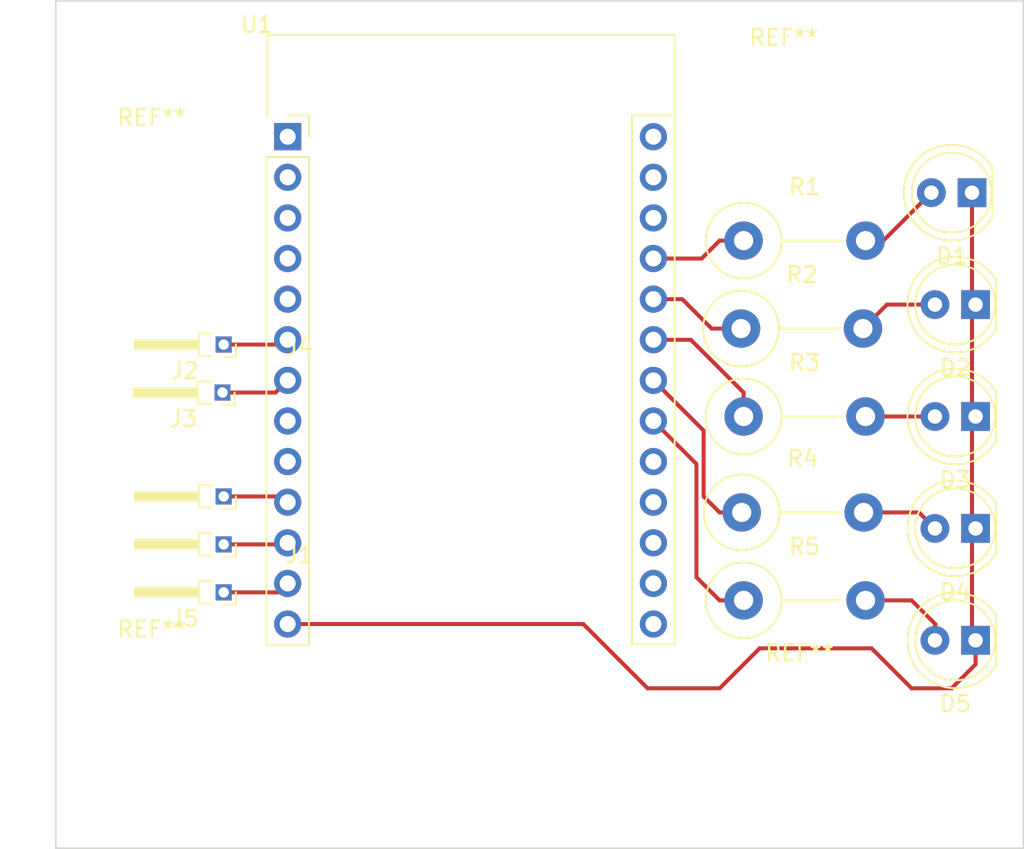
<source format=kicad_pcb>
(kicad_pcb (version 20211014) (generator pcbnew)
  (layers (0 "F.Cu" signal) (31 "B.Cu" signal) (34 "B.Paste" user) (35 "F.Paste" user) (36 "B.SilkS" user "B.Silkscreen") (37 "F.SilkS" user "F.Silkscreen") (38 "B.Mask" user) (39 "F.Mask" user) (44 "Edge.Cuts" user))
  (net 0 "")
  (net 6 "Net-(J2-Pad1)")
  (net 7 "Net-(J3-Pad1)")
  (net 10 "Net-(J4-Pad1)")
  (net 11 "Net-(J1-Pad1)")
  (net 12 "Net-(J5-Pad1)")
  (net 13 "Net-(D1-Pad1)")
  (net 19 "Net-(R5-Pad1)")
  (net 20 "Net-(R4-Pad1)")
  (net 21 "Net-(R3-Pad1)")
  (net 22 "Net-(R2-Pad1)")
  (net 23 "Net-(R1-Pad1)")
  (net 27 "Net-(D1-Pad2)")
  (net 28 "Net-(D2-Pad2)")
  (net 29 "Net-(D3-Pad2)")
  (net 30 "Net-(D4-Pad2)")
  (net 31 "Net-(D5-Pad2)")
  (footprint "Resistor_THT:R_Axial_DIN0414_L11.9mm_D4.5mm_P7.62mm_Vertical" (layer "F.Cu") (at 105.5 101.5)
    (fp_text reference "R5" (at 3.81 -3.37) (layer "F.SilkS"))
    (fp_text value "R")
    (fp_line (start 2.37 0) (end 6.12 0) (layer "F.SilkS") (width 0.12))
    (fp_circle (center 0 0) (end 2.37 0) (layer "F.SilkS") (width 0.12) (fill none))
    (pad "1" thru_hole circle (at 0 0) (size 2.4 2.4) (drill 1.2) (layers *.Cu *.Mask) (net 19 "Net-(R5-Pad1)"))
    (pad "2" thru_hole oval (at 7.62 0) (size 2.4 2.4) (drill 1.2) (layers *.Cu *.Mask) (net 31 "Net-(D5-Pad2)"))
  )
  (footprint "LED_THT:LED_D5.0mm" (layer "F.Cu") (at 119.775 76 180)
    (fp_text reference "D1" (at 1.27 -3.96) (layer "F.SilkS"))
    (fp_text value "LED")
    (fp_line (start -1.29 -1.545) (end -1.29 1.545) (layer "F.SilkS") (width 0.12))
    (fp_arc (start 4.26 -0.000462) (mid 2.072002 2.880433) (end -1.29 1.54483) (layer "F.SilkS") (width 0.12))
    (fp_arc (start -1.29 -1.54483) (mid 2.072002 -2.880433) (end 4.26 0.000462) (layer "F.SilkS") (width 0.12))
    (fp_circle (center 1.27 0) (end 3.77 0) (layer "F.SilkS") (width 0.12) (fill none))
    (pad "1" thru_hole rect (at 0 0 180) (size 1.8 1.8) (drill 0.9) (layers *.Cu *.Mask) (net 13 "Net-(D1-Pad1)"))
    (pad "2" thru_hole circle (at 2.54 0 180) (size 1.8 1.8) (drill 0.9) (layers *.Cu *.Mask) (net 27 "Net-(D1-Pad2)"))
  )
  (footprint "LED_THT:LED_D5.0mm" (layer "F.Cu") (at 120 97 180)
    (fp_text reference "D4" (at 1.27 -3.96) (layer "F.SilkS"))
    (fp_text value "LED")
    (fp_line (start -1.29 -1.545) (end -1.29 1.545) (layer "F.SilkS") (width 0.12))
    (fp_arc (start -1.29 -1.54483) (mid 2.072002 -2.880433) (end 4.26 0.000462) (layer "F.SilkS") (width 0.12))
    (fp_arc (start 4.26 -0.000462) (mid 2.072002 2.880433) (end -1.29 1.54483) (layer "F.SilkS") (width 0.12))
    (fp_circle (center 1.27 0) (end 3.77 0) (layer "F.SilkS") (width 0.12) (fill none))
    (pad "1" thru_hole rect (at 0 0 180) (size 1.8 1.8) (drill 0.9) (layers *.Cu *.Mask) (net 13 "Net-(D1-Pad1)"))
    (pad "2" thru_hole circle (at 2.54 0 180) (size 1.8 1.8) (drill 0.9) (layers *.Cu *.Mask) (net 30 "Net-(D4-Pad2)"))
  )
  (footprint "Connector_PinHeader_1.27mm:PinHeader_1x01_P1.27mm_Horizontal" (layer "F.Cu") (at 72.925 88.5 180)
    (fp_text reference "J3" (at 2.4325 -1.635) (layer "F.SilkS"))
    (fp_text value "Conn_01x01_Female")
    (fp_line (start 1.56 -0.26) (end 5.56 -0.26) (layer "F.SilkS") (width 0.12))
    (fp_line (start 1.56 -0.2) (end 5.56 -0.2) (layer "F.SilkS") (width 0.12))
    (fp_line (start 1.56 -0.08) (end 5.56 -0.08) (layer "F.SilkS") (width 0.12))
    (fp_line (start 5.56 -0.26) (end 5.56 0.26) (layer "F.SilkS") (width 0.12))
    (fp_line (start -0.76 0) (end -0.76 -0.76) (layer "F.SilkS") (width 0.12))
    (fp_line (start 0.76 0.695) (end 0.76 0.619677) (layer "F.SilkS") (width 0.12))
    (fp_line (start 0.76 -0.695) (end 1.56 -0.695) (layer "F.SilkS") (width 0.12))
    (fp_line (start 1.56 -0.695) (end 1.56 0.695) (layer "F.SilkS") (width 0.12))
    (fp_line (start -0.76 -0.76) (end 0 -0.76) (layer "F.SilkS") (width 0.12))
    (fp_line (start 1.56 0.695) (end 0.76 0.695) (layer "F.SilkS") (width 0.12))
    (fp_line (start 5.56 0.26) (end 1.56 0.26) (layer "F.SilkS") (width 0.12))
    (fp_line (start 1.56 0.16) (end 5.56 0.16) (layer "F.SilkS") (width 0.12))
    (fp_line (start 1.56 0.04) (end 5.56 0.04) (layer "F.SilkS") (width 0.12))
    (pad "1" thru_hole rect (at 0 0 180) (size 1 1) (drill 0.65) (layers *.Cu *.Mask) (net 7 "Net-(J3-Pad1)"))
  )
  (footprint "Connector_PinHeader_1.27mm:PinHeader_1x01_P1.27mm_Horizontal" (layer "F.Cu") (at 73 85.5 180)
    (fp_text reference "J2" (at 2.4325 -1.635) (layer "F.SilkS"))
    (fp_text value "Conn_01x01_Female")
    (fp_line (start 0.76 -0.695) (end 1.56 -0.695) (layer "F.SilkS") (width 0.12))
    (fp_line (start 1.56 0.16) (end 5.56 0.16) (layer "F.SilkS") (width 0.12))
    (fp_line (start 1.56 -0.695) (end 1.56 0.695) (layer "F.SilkS") (width 0.12))
    (fp_line (start 5.56 0.26) (end 1.56 0.26) (layer "F.SilkS") (width 0.12))
    (fp_line (start 0.76 0.695) (end 0.76 0.619677) (layer "F.SilkS") (width 0.12))
    (fp_line (start 1.56 -0.2) (end 5.56 -0.2) (layer "F.SilkS") (width 0.12))
    (fp_line (start -0.76 0) (end -0.76 -0.76) (layer "F.SilkS") (width 0.12))
    (fp_line (start 1.56 -0.26) (end 5.56 -0.26) (layer "F.SilkS") (width 0.12))
    (fp_line (start -0.76 -0.76) (end 0 -0.76) (layer "F.SilkS") (width 0.12))
    (fp_line (start 1.56 -0.08) (end 5.56 -0.08) (layer "F.SilkS") (width 0.12))
    (fp_line (start 1.56 0.695) (end 0.76 0.695) (layer "F.SilkS") (width 0.12))
    (fp_line (start 1.56 0.04) (end 5.56 0.04) (layer "F.SilkS") (width 0.12))
    (fp_line (start 5.56 -0.26) (end 5.56 0.26) (layer "F.SilkS") (width 0.12))
    (pad "1" thru_hole rect (at 0 0 180) (size 1 1) (drill 0.65) (layers *.Cu *.Mask) (net 6 "Net-(J2-Pad1)"))
  )
  (footprint "Resistor_THT:R_Axial_DIN0414_L11.9mm_D4.5mm_P7.62mm_Vertical" (layer "F.Cu") (at 105.34 84.5)
    (fp_text reference "R2" (at 3.81 -3.37) (layer "F.SilkS"))
    (fp_text value "R")
    (fp_line (start 2.37 0) (end 6.12 0) (layer "F.SilkS") (width 0.12))
    (fp_circle (center 0 0) (end 2.37 0) (layer "F.SilkS") (width 0.12) (fill none))
    (pad "1" thru_hole circle (at 0 0) (size 2.4 2.4) (drill 1.2) (layers *.Cu *.Mask) (net 22 "Net-(R2-Pad1)"))
    (pad "2" thru_hole oval (at 7.62 0) (size 2.4 2.4) (drill 1.2) (layers *.Cu *.Mask) (net 28 "Net-(D2-Pad2)"))
  )
  (footprint "MountingHole:MountingHole_3.2mm_M3" (layer "F.Cu") (at 108 70.5)
    (fp_text reference "REF**" (at 0 -4.2) (layer "F.SilkS"))
    (fp_text value "MountingHole_3.2mm_M3")
    (pad "" np_thru_hole circle (at 0 0) (size 3.2 3.2) (drill 3.2) (layers *.Cu *.Mask))
  )
  (footprint "Connector_PinHeader_1.27mm:PinHeader_1x01_P1.27mm_Horizontal" (layer "F.Cu") (at 73 101 180)
    (fp_text reference "J5" (at 2.4325 -1.635) (layer "F.SilkS"))
    (fp_text value "Conn_01x01_Female")
    (fp_line (start 1.56 -0.08) (end 5.56 -0.08) (layer "F.SilkS") (width 0.12))
    (fp_line (start 1.56 0.16) (end 5.56 0.16) (layer "F.SilkS") (width 0.12))
    (fp_line (start 1.56 -0.695) (end 1.56 0.695) (layer "F.SilkS") (width 0.12))
    (fp_line (start 0.76 -0.695) (end 1.56 -0.695) (layer "F.SilkS") (width 0.12))
    (fp_line (start -0.76 0) (end -0.76 -0.76) (layer "F.SilkS") (width 0.12))
    (fp_line (start 1.56 0.695) (end 0.76 0.695) (layer "F.SilkS") (width 0.12))
    (fp_line (start 0.76 0.695) (end 0.76 0.619677) (layer "F.SilkS") (width 0.12))
    (fp_line (start 1.56 0.04) (end 5.56 0.04) (layer "F.SilkS") (width 0.12))
    (fp_line (start -0.76 -0.76) (end 0 -0.76) (layer "F.SilkS") (width 0.12))
    (fp_line (start 1.56 -0.26) (end 5.56 -0.26) (layer "F.SilkS") (width 0.12))
    (fp_line (start 1.56 -0.2) (end 5.56 -0.2) (layer "F.SilkS") (width 0.12))
    (fp_line (start 5.56 -0.26) (end 5.56 0.26) (layer "F.SilkS") (width 0.12))
    (fp_line (start 5.56 0.26) (end 1.56 0.26) (layer "F.SilkS") (width 0.12))
    (pad "1" thru_hole rect (at 0 0 180) (size 1 1) (drill 0.65) (layers *.Cu *.Mask) (net 12 "Net-(J5-Pad1)"))
  )
  (footprint "Resistor_THT:R_Axial_DIN0414_L11.9mm_D4.5mm_P7.62mm_Vertical" (layer "F.Cu") (at 105.5 90)
    (fp_text reference "R3" (at 3.81 -3.37) (layer "F.SilkS"))
    (fp_text value "R")
    (fp_line (start 2.37 0) (end 6.12 0) (layer "F.SilkS") (width 0.12))
    (fp_circle (center 0 0) (end 2.37 0) (layer "F.SilkS") (width 0.12) (fill none))
    (pad "1" thru_hole circle (at 0 0) (size 2.4 2.4) (drill 1.2) (layers *.Cu *.Mask) (net 21 "Net-(R3-Pad1)"))
    (pad "2" thru_hole oval (at 7.62 0) (size 2.4 2.4) (drill 1.2) (layers *.Cu *.Mask) (net 29 "Net-(D3-Pad2)"))
  )
  (footprint "Connector_PinHeader_1.27mm:PinHeader_1x01_P1.27mm_Horizontal" (layer "F.Cu") (at 73 95 180)
    (fp_text reference "J4" (at -4.7325 9.335) (layer "F.SilkS"))
    (fp_text value "Conn_01x01_Female")
    (fp_line (start 0.76 -0.695) (end 1.56 -0.695) (layer "F.SilkS") (width 0.12))
    (fp_line (start 0.76 0.695) (end 0.76 0.619677) (layer "F.SilkS") (width 0.12))
    (fp_line (start 1.56 -0.26) (end 5.56 -0.26) (layer "F.SilkS") (width 0.12))
    (fp_line (start 1.56 0.16) (end 5.56 0.16) (layer "F.SilkS") (width 0.12))
    (fp_line (start -0.76 -0.76) (end 0 -0.76) (layer "F.SilkS") (width 0.12))
    (fp_line (start 5.56 0.26) (end 1.56 0.26) (layer "F.SilkS") (width 0.12))
    (fp_line (start 5.56 -0.26) (end 5.56 0.26) (layer "F.SilkS") (width 0.12))
    (fp_line (start 1.56 -0.695) (end 1.56 0.695) (layer "F.SilkS") (width 0.12))
    (fp_line (start 1.56 0.04) (end 5.56 0.04) (layer "F.SilkS") (width 0.12))
    (fp_line (start 1.56 -0.2) (end 5.56 -0.2) (layer "F.SilkS") (width 0.12))
    (fp_line (start 1.56 -0.08) (end 5.56 -0.08) (layer "F.SilkS") (width 0.12))
    (fp_line (start 1.56 0.695) (end 0.76 0.695) (layer "F.SilkS") (width 0.12))
    (fp_line (start -0.76 0) (end -0.76 -0.76) (layer "F.SilkS") (width 0.12))
    (pad "1" thru_hole rect (at 0 0 180) (size 1 1) (drill 0.65) (layers *.Cu *.Mask) (net 10 "Net-(J4-Pad1)"))
  )
  (footprint "wemos_lolin32_lite:esp32_wemos_lolin32_lite" (layer "F.Cu") (at 77 72.5)
    (fp_text reference "U1" (at -1.93 -7) (layer "F.SilkS"))
    (fp_text value "esp32_wemos_lolin32_lite")
    (fp_line (start -1.33 1.27) (end -1.33 31.81) (layer "F.SilkS") (width 0.12))
    (fp_line (start -1.33 1.27) (end 1.33 1.27) (layer "F.SilkS") (width 0.12))
    (fp_line (start 24.19 31.75) (end 21.53 31.75) (layer "F.SilkS") (width 0.12))
    (fp_line (start 1.33 1.27) (end 1.33 31.81) (layer "F.SilkS") (width 0.12))
    (fp_line (start 24.19 31.75) (end 24.19 -1.33) (layer "F.SilkS") (width 0.12))
    (fp_line (start 1.33 -1.33) (end 1.33 0) (layer "F.SilkS") (width 0.12))
    (fp_line (start -1.27 -1.27) (end -1.27 -6.35) (layer "F.SilkS") (width 0.12))
    (fp_line (start -1.33 31.81) (end 1.33 31.81) (layer "F.SilkS") (width 0.12))
    (fp_line (start 24.19 -1.33) (end 21.53 -1.33) (layer "F.SilkS") (width 0.12))
    (fp_line (start -1.27 -6.35) (end 24.19 -6.35) (layer "F.SilkS") (width 0.12))
    (fp_line (start 0 -1.33) (end 1.33 -1.33) (layer "F.SilkS") (width 0.12))
    (fp_line (start 24.19 -1.33) (end 24.19 -6.34) (layer "F.SilkS") (width 0.12))
    (fp_line (start 21.53 31.75) (end 21.53 -1.33) (layer "F.SilkS") (width 0.12))
    (pad "1" thru_hole rect (at 0 0) (size 1.7 1.7) (drill 1) (layers *.Cu *.Mask))
    (pad "2" thru_hole oval (at 0 2.54) (size 1.7 1.7) (drill 1) (layers *.Cu *.Mask))
    (pad "3" thru_hole oval (at 0 5.08) (size 1.7 1.7) (drill 1) (layers *.Cu *.Mask))
    (pad "4" thru_hole oval (at 0 7.62) (size 1.7 1.7) (drill 1) (layers *.Cu *.Mask))
    (pad "5" thru_hole oval (at 0 10.16) (size 1.7 1.7) (drill 1) (layers *.Cu *.Mask))
    (pad "6" thru_hole oval (at 0 12.7) (size 1.7 1.7) (drill 1) (layers *.Cu *.Mask) (net 6 "Net-(J2-Pad1)"))
    (pad "7" thru_hole oval (at 0 15.24) (size 1.7 1.7) (drill 1) (layers *.Cu *.Mask) (net 7 "Net-(J3-Pad1)"))
    (pad "8" thru_hole oval (at 0 17.78) (size 1.7 1.7) (drill 1) (layers *.Cu *.Mask))
    (pad "9" thru_hole oval (at 0 20.32) (size 1.7 1.7) (drill 1) (layers *.Cu *.Mask))
    (pad "10" thru_hole oval (at 0 22.86) (size 1.7 1.7) (drill 1) (layers *.Cu *.Mask) (net 10 "Net-(J4-Pad1)"))
    (pad "11" thru_hole oval (at 0 25.4) (size 1.7 1.7) (drill 1) (layers *.Cu *.Mask) (net 11 "Net-(J1-Pad1)"))
    (pad "12" thru_hole oval (at 0 27.94) (size 1.7 1.7) (drill 1) (layers *.Cu *.Mask) (net 12 "Net-(J5-Pad1)"))
    (pad "13" thru_hole oval (at 0 30.48) (size 1.7 1.7) (drill 1) (layers *.Cu *.Mask) (net 13 "Net-(D1-Pad1)"))
    (pad "14" thru_hole circle (at 22.86 30.48 180) (size 1.7 1.7) (drill 1) (layers *.Cu *.Mask))
    (pad "15" thru_hole oval (at 22.86 27.94 180) (size 1.7 1.7) (drill 1) (layers *.Cu *.Mask))
    (pad "16" thru_hole oval (at 22.86 25.4 180) (size 1.7 1.7) (drill 1) (layers *.Cu *.Mask))
    (pad "17" thru_hole oval (at 22.86 22.86 180) (size 1.7 1.7) (drill 1) (layers *.Cu *.Mask))
    (pad "18" thru_hole oval (at 22.86 20.32 180) (size 1.7 1.7) (drill 1) (layers *.Cu *.Mask))
    (pad "19" thru_hole oval (at 22.86 17.78 180) (size 1.7 1.7) (drill 1) (layers *.Cu *.Mask) (net 19 "Net-(R5-Pad1)"))
    (pad "20" thru_hole oval (at 22.86 15.24 180) (size 1.7 1.7) (drill 1) (layers *.Cu *.Mask) (net 20 "Net-(R4-Pad1)"))
    (pad "21" thru_hole oval (at 22.86 12.7 180) (size 1.7 1.7) (drill 1) (layers *.Cu *.Mask) (net 21 "Net-(R3-Pad1)"))
    (pad "22" thru_hole oval (at 22.86 10.16 180) (size 1.7 1.7) (drill 1) (layers *.Cu *.Mask) (net 22 "Net-(R2-Pad1)"))
    (pad "23" thru_hole oval (at 22.86 7.62 180) (size 1.7 1.7) (drill 1) (layers *.Cu *.Mask) (net 23 "Net-(R1-Pad1)"))
    (pad "24" thru_hole oval (at 22.86 5.08 180) (size 1.7 1.7) (drill 1) (layers *.Cu *.Mask))
    (pad "25" thru_hole oval (at 22.86 2.54 180) (size 1.7 1.7) (drill 1) (layers *.Cu *.Mask))
    (pad "26" thru_hole oval (at 22.86 0 180) (size 1.7 1.7) (drill 1) (layers *.Cu *.Mask))
  )
  (footprint "LED_THT:LED_D5.0mm" (layer "F.Cu") (at 120 90 180)
    (fp_text reference "D3" (at 1.27 -3.96) (layer "F.SilkS"))
    (fp_text value "LED")
    (fp_line (start -1.29 -1.545) (end -1.29 1.545) (layer "F.SilkS") (width 0.12))
    (fp_arc (start 4.26 -0.000462) (mid 2.072002 2.880433) (end -1.29 1.54483) (layer "F.SilkS") (width 0.12))
    (fp_arc (start -1.29 -1.54483) (mid 2.072002 -2.880433) (end 4.26 0.000462) (layer "F.SilkS") (width 0.12))
    (fp_circle (center 1.27 0) (end 3.77 0) (layer "F.SilkS") (width 0.12) (fill none))
    (pad "1" thru_hole rect (at 0 0 180) (size 1.8 1.8) (drill 0.9) (layers *.Cu *.Mask) (net 13 "Net-(D1-Pad1)"))
    (pad "2" thru_hole circle (at 2.54 0 180) (size 1.8 1.8) (drill 0.9) (layers *.Cu *.Mask) (net 29 "Net-(D3-Pad2)"))
  )
  (footprint "MountingHole:MountingHole_3.2mm_M3" (layer "F.Cu") (at 109 109)
    (fp_text reference "REF**" (at 0 -4.2) (layer "F.SilkS"))
    (fp_text value "MountingHole_3.2mm_M3")
    (pad "" np_thru_hole circle (at 0 0) (size 3.2 3.2) (drill 3.2) (layers *.Cu *.Mask))
  )
  (footprint "LED_THT:LED_D5.0mm" (layer "F.Cu") (at 120 83 180)
    (fp_text reference "D2" (at 1.27 -3.96) (layer "F.SilkS"))
    (fp_text value "LED")
    (fp_line (start -1.29 -1.545) (end -1.29 1.545) (layer "F.SilkS") (width 0.12))
    (fp_arc (start -1.29 -1.54483) (mid 2.072002 -2.880433) (end 4.26 0.000462) (layer "F.SilkS") (width 0.12))
    (fp_arc (start 4.26 -0.000462) (mid 2.072002 2.880433) (end -1.29 1.54483) (layer "F.SilkS") (width 0.12))
    (fp_circle (center 1.27 0) (end 3.77 0) (layer "F.SilkS") (width 0.12) (fill none))
    (pad "1" thru_hole rect (at 0 0 180) (size 1.8 1.8) (drill 0.9) (layers *.Cu *.Mask) (net 13 "Net-(D1-Pad1)"))
    (pad "2" thru_hole circle (at 2.54 0 180) (size 1.8 1.8) (drill 0.9) (layers *.Cu *.Mask) (net 28 "Net-(D2-Pad2)"))
  )
  (footprint "Resistor_THT:R_Axial_DIN0414_L11.9mm_D4.5mm_P7.62mm_Vertical" (layer "F.Cu") (at 105.5 79)
    (fp_text reference "R1" (at 3.81 -3.37) (layer "F.SilkS"))
    (fp_text value "R")
    (fp_line (start 2.37 0) (end 6.12 0) (layer "F.SilkS") (width 0.12))
    (fp_circle (center 0 0) (end 2.37 0) (layer "F.SilkS") (width 0.12) (fill none))
    (pad "1" thru_hole circle (at 0 0) (size 2.4 2.4) (drill 1.2) (layers *.Cu *.Mask) (net 23 "Net-(R1-Pad1)"))
    (pad "2" thru_hole oval (at 7.62 0) (size 2.4 2.4) (drill 1.2) (layers *.Cu *.Mask) (net 27 "Net-(D1-Pad2)"))
  )
  (footprint "MountingHole:MountingHole_3.2mm_M3" (layer "F.Cu") (at 68.5 75.5)
    (fp_text reference "REF**" (at 0 -4.2) (layer "F.SilkS"))
    (fp_text value "MountingHole_3.2mm_M3")
    (pad "" np_thru_hole circle (at 0 0) (size 3.2 3.2) (drill 3.2) (layers *.Cu *.Mask))
  )
  (footprint "MountingHole:MountingHole_3.2mm_M3" (layer "F.Cu") (at 68.5 107.5)
    (fp_text reference "REF**" (at 0 -4.2) (layer "F.SilkS"))
    (fp_text value "MountingHole_3.2mm_M3")
    (pad "" np_thru_hole circle (at 0 0) (size 3.2 3.2) (drill 3.2) (layers *.Cu *.Mask))
  )
  (footprint "Resistor_THT:R_Axial_DIN0414_L11.9mm_D4.5mm_P7.62mm_Vertical" (layer "F.Cu") (at 105.38 96)
    (fp_text reference "R4" (at 3.81 -3.37) (layer "F.SilkS"))
    (fp_text value "R")
    (fp_line (start 2.37 0) (end 6.12 0) (layer "F.SilkS") (width 0.12))
    (fp_circle (center 0 0) (end 2.37 0) (layer "F.SilkS") (width 0.12) (fill none))
    (pad "1" thru_hole circle (at 0 0) (size 2.4 2.4) (drill 1.2) (layers *.Cu *.Mask) (net 20 "Net-(R4-Pad1)"))
    (pad "2" thru_hole oval (at 7.62 0) (size 2.4 2.4) (drill 1.2) (layers *.Cu *.Mask) (net 30 "Net-(D4-Pad2)"))
  )
  (footprint "Connector_PinHeader_1.27mm:PinHeader_1x01_P1.27mm_Horizontal" (layer "F.Cu") (at 73 98 180)
    (fp_text reference "J1" (at -4.7325 -0.665) (layer "F.SilkS"))
    (fp_text value "Conn_01x01_Female")
    (fp_line (start 1.56 -0.695) (end 1.56 0.695) (layer "F.SilkS") (width 0.12))
    (fp_line (start 1.56 0.16) (end 5.56 0.16) (layer "F.SilkS") (width 0.12))
    (fp_line (start 0.76 0.695) (end 0.76 0.619677) (layer "F.SilkS") (width 0.12))
    (fp_line (start 1.56 0.695) (end 0.76 0.695) (layer "F.SilkS") (width 0.12))
    (fp_line (start 1.56 -0.26) (end 5.56 -0.26) (layer "F.SilkS") (width 0.12))
    (fp_line (start 5.56 0.26) (end 1.56 0.26) (layer "F.SilkS") (width 0.12))
    (fp_line (start 1.56 0.04) (end 5.56 0.04) (layer "F.SilkS") (width 0.12))
    (fp_line (start -0.76 0) (end -0.76 -0.76) (layer "F.SilkS") (width 0.12))
    (fp_line (start -0.76 -0.76) (end 0 -0.76) (layer "F.SilkS") (width 0.12))
    (fp_line (start 1.56 -0.08) (end 5.56 -0.08) (layer "F.SilkS") (width 0.12))
    (fp_line (start 0.76 -0.695) (end 1.56 -0.695) (layer "F.SilkS") (width 0.12))
    (fp_line (start 1.56 -0.2) (end 5.56 -0.2) (layer "F.SilkS") (width 0.12))
    (fp_line (start 5.56 -0.26) (end 5.56 0.26) (layer "F.SilkS") (width 0.12))
    (pad "1" thru_hole rect (at 0 0 180) (size 1 1) (drill 0.65) (layers *.Cu *.Mask) (net 11 "Net-(J1-Pad1)"))
  )
  (footprint "LED_THT:LED_D5.0mm" (layer "F.Cu") (at 120 104 180)
    (fp_text reference "D5" (at 1.27 -3.96) (layer "F.SilkS"))
    (fp_text value "LED")
    (fp_line (start -1.29 -1.545) (end -1.29 1.545) (layer "F.SilkS") (width 0.12))
    (fp_arc (start -1.29 -1.54483) (mid 2.072002 -2.880433) (end 4.26 0.000462) (layer "F.SilkS") (width 0.12))
    (fp_arc (start 4.26 -0.000462) (mid 2.072002 2.880433) (end -1.29 1.54483) (layer "F.SilkS") (width 0.12))
    (fp_circle (center 1.27 0) (end 3.77 0) (layer "F.SilkS") (width 0.12) (fill none))
    (pad "1" thru_hole rect (at 0 0 180) (size 1.8 1.8) (drill 0.9) (layers *.Cu *.Mask) (net 13 "Net-(D1-Pad1)"))
    (pad "2" thru_hole circle (at 2.54 0 180) (size 1.8 1.8) (drill 0.9) (layers *.Cu *.Mask) (net 31 "Net-(D5-Pad2)"))
  )
  (gr_rect (start 62.5 64) (end 123 117) (layer "Edge.Cuts") (width 0.1) (fill none))
  (segment (start 76.7 85.5) (end 77 85.2) (width 0.25) (layer "F.Cu") (net 6))
  (segment (start 73 85.5) (end 76.7 85.5) (width 0.25) (layer "F.Cu") (net 6))
  (segment (start 76.24 88.5) (end 77 87.74) (width 0.25) (layer "F.Cu") (net 7))
  (segment (start 72.925 88.5) (end 76.24 88.5) (width 0.25) (layer "F.Cu") (net 7))
  (segment (start 76.64 95) (end 77 95.36) (width 0.25) (layer "F.Cu") (net 10))
  (segment (start 73 95) (end 76.64 95) (width 0.25) (layer "F.Cu") (net 10))
  (segment (start 76.9 98) (end 77 97.9) (width 0.25) (layer "F.Cu") (net 11))
  (segment (start 73 98) (end 76.9 98) (width 0.25) (layer "F.Cu") (net 11))
  (segment (start 73 101) (end 76.44 101) (width 0.25) (layer "F.Cu") (net 12))
  (segment (start 76.44 101) (end 77 100.44) (width 0.25) (layer "F.Cu") (net 12))
  (segment (start 116 107) (end 118.5 107) (width 0.25) (layer "F.Cu") (net 13))
  (segment (start 99.5 107) (end 104 107) (width 0.25) (layer "F.Cu") (net 13))
  (segment (start 113.5 104.5) (end 116 107) (width 0.25) (layer "F.Cu") (net 13))
  (segment (start 118.5 107) (end 120 105.5) (width 0.25) (layer "F.Cu") (net 13))
  (segment (start 104 107) (end 106.5 104.5) (width 0.25) (layer "F.Cu") (net 13))
  (segment (start 77 102.98) (end 95.48 102.98) (width 0.25) (layer "F.Cu") (net 13))
  (segment (start 106.5 104.5) (end 113.5 104.5) (width 0.25) (layer "F.Cu") (net 13))
  (segment (start 119.775 103.775) (end 120 104) (width 0.25) (layer "F.Cu") (net 13))
  (segment (start 120 105.5) (end 120 104) (width 0.25) (layer "F.Cu") (net 13))
  (segment (start 95.48 102.98) (end 99.5 107) (width 0.25) (layer "F.Cu") (net 13))
  (segment (start 119.775 76) (end 119.775 103.775) (width 0.25) (layer "F.Cu") (net 13))
  (segment (start 104 101.5) (end 105.5 101.5) (width 0.25) (layer "F.Cu") (net 19))
  (segment (start 102.55048 100.05048) (end 104 101.5) (width 0.25) (layer "F.Cu") (net 19))
  (segment (start 99.86 90.28) (end 102.55048 92.97048) (width 0.25) (layer "F.Cu") (net 19))
  (segment (start 102.55048 92.97048) (end 102.55048 100.05048) (width 0.25) (layer "F.Cu") (net 19))
  (segment (start 99.86 87.74) (end 103 90.88) (width 0.25) (layer "F.Cu") (net 20))
  (segment (start 103 95) (end 104 96) (width 0.25) (layer "F.Cu") (net 20))
  (segment (start 104 96) (end 105.38 96) (width 0.25) (layer "F.Cu") (net 20))
  (segment (start 103 90.88) (end 103 95) (width 0.25) (layer "F.Cu") (net 20))
  (segment (start 105.5 88.5) (end 105.5 90) (width 0.25) (layer "F.Cu") (net 21))
  (segment (start 99.86 85.2) (end 102.2 85.2) (width 0.25) (layer "F.Cu") (net 21))
  (segment (start 102.2 85.2) (end 105.5 88.5) (width 0.25) (layer "F.Cu") (net 21))
  (segment (start 101.66 82.66) (end 103.5 84.5) (width 0.25) (layer "F.Cu") (net 22))
  (segment (start 103.5 84.5) (end 105.34 84.5) (width 0.25) (layer "F.Cu") (net 22))
  (segment (start 99.86 82.66) (end 101.66 82.66) (width 0.25) (layer "F.Cu") (net 22))
  (segment (start 104 79) (end 105.5 79) (width 0.25) (layer "F.Cu") (net 23))
  (segment (start 102.88 80.12) (end 104 79) (width 0.25) (layer "F.Cu") (net 23))
  (segment (start 99.86 80.12) (end 102.88 80.12) (width 0.25) (layer "F.Cu") (net 23))
  (segment (start 117.235 76) (end 114.235 79) (width 0.25) (layer "F.Cu") (net 27))
  (segment (start 114.235 79) (end 113.12 79) (width 0.25) (layer "F.Cu") (net 27))
  (segment (start 112.96 84.5) (end 114.46 83) (width 0.25) (layer "F.Cu") (net 28))
  (segment (start 114.46 83) (end 117.46 83) (width 0.25) (layer "F.Cu") (net 28))
  (segment (start 113.12 90) (end 117.46 90) (width 0.25) (layer "F.Cu") (net 29))
  (segment (start 116.46 96) (end 117.46 97) (width 0.25) (layer "F.Cu") (net 30))
  (segment (start 113 96) (end 116.46 96) (width 0.25) (layer "F.Cu") (net 30))
  (segment (start 117.5 103) (end 117.46 103.04) (width 0.25) (layer "F.Cu") (net 31))
  (segment (start 113.12 101.5) (end 116 101.5) (width 0.25) (layer "F.Cu") (net 31))
  (segment (start 117.46 103.04) (end 117.46 104) (width 0.25) (layer "F.Cu") (net 31))
  (segment (start 116 101.5) (end 117.5 103) (width 0.25) (layer "F.Cu") (net 31))
)
</source>
